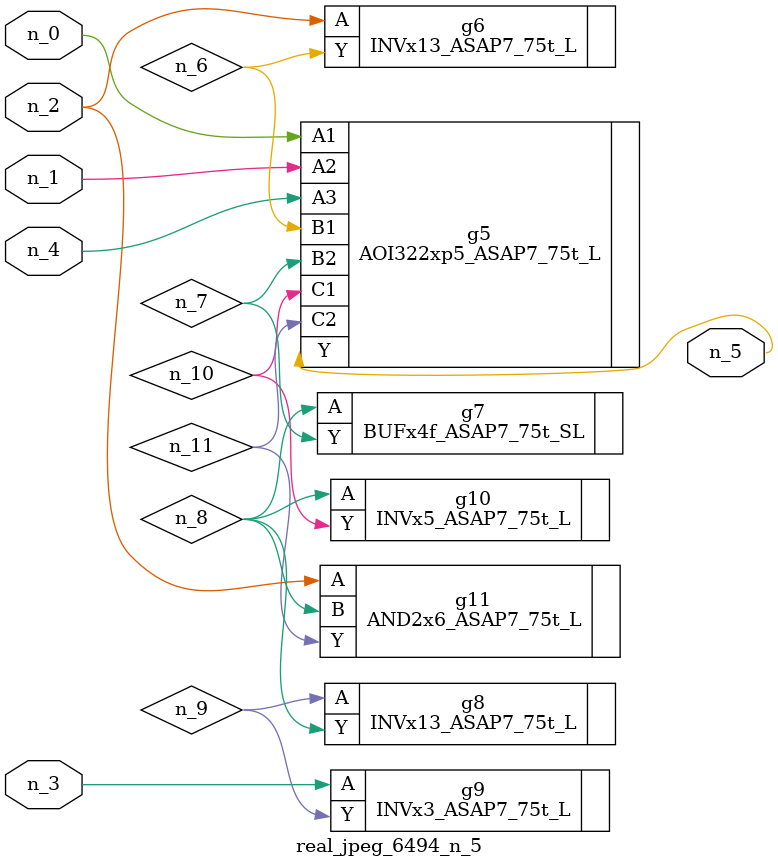
<source format=v>
module real_jpeg_6494_n_5 (n_4, n_0, n_1, n_2, n_3, n_5);

input n_4;
input n_0;
input n_1;
input n_2;
input n_3;

output n_5;

wire n_8;
wire n_11;
wire n_6;
wire n_7;
wire n_10;
wire n_9;

AOI322xp5_ASAP7_75t_L g5 ( 
.A1(n_0),
.A2(n_1),
.A3(n_4),
.B1(n_6),
.B2(n_7),
.C1(n_10),
.C2(n_11),
.Y(n_5)
);

INVx13_ASAP7_75t_L g6 ( 
.A(n_2),
.Y(n_6)
);

AND2x6_ASAP7_75t_L g11 ( 
.A(n_2),
.B(n_8),
.Y(n_11)
);

INVx3_ASAP7_75t_L g9 ( 
.A(n_3),
.Y(n_9)
);

BUFx4f_ASAP7_75t_SL g7 ( 
.A(n_8),
.Y(n_7)
);

INVx5_ASAP7_75t_L g10 ( 
.A(n_8),
.Y(n_10)
);

INVx13_ASAP7_75t_L g8 ( 
.A(n_9),
.Y(n_8)
);


endmodule
</source>
